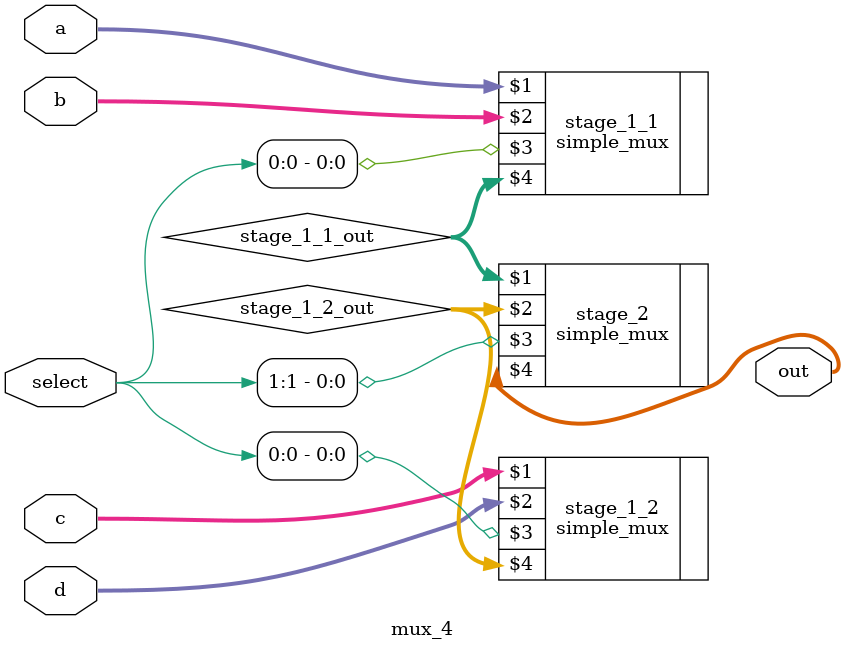
<source format=sv>
module mux_4 #(bus_size = 4)(input logic[bus_size-1:0] a, b,c,d, input logic[1:0] select, output logic[bus_size-1:0] out);

	logic[bus_size-1:0] stage_1_1_out;
	logic[bus_size-1:0] stage_1_2_out;
	simple_mux #(bus_size) stage_1_1(a,b,select[0], stage_1_1_out);
	simple_mux #(bus_size) stage_1_2(c,d,select[0], stage_1_2_out);
	simple_mux #(bus_size) stage_2(stage_1_1_out,stage_1_2_out,select[1], out);

endmodule

</source>
